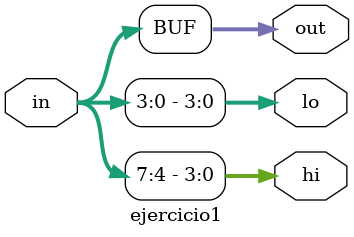
<source format=v>
module ejercicio1 (input [7:0] in, output [3:0] hi, output [3:0] lo, output [7:0] out);
  
  
  assign out = in;
  assign lo = in [3:0];
  assign hi = in [7:4];
  
  
endmodule

</source>
